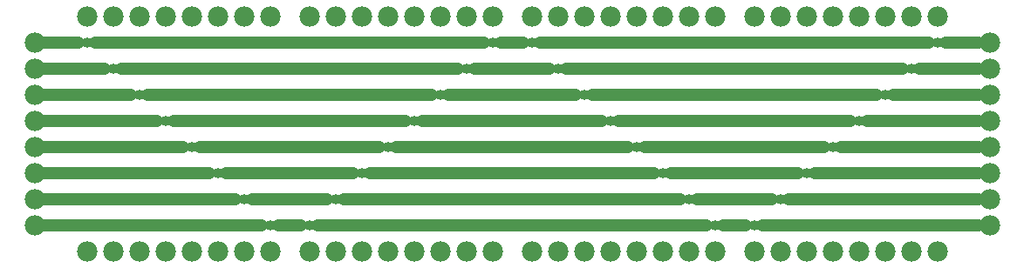
<source format=gbl>
G04 MADE WITH FRITZING*
G04 WWW.FRITZING.ORG*
G04 DOUBLE SIDED*
G04 HOLES PLATED*
G04 CONTOUR ON CENTER OF CONTOUR VECTOR*
%ASAXBY*%
%FSLAX23Y23*%
%MOIN*%
%OFA0B0*%
%SFA1.0B1.0*%
%ADD10C,0.078000*%
%ADD11C,0.039370*%
%ADD12C,0.048000*%
%LNCOPPER0*%
G90*
G70*
G54D10*
X2870Y205D03*
X2970Y205D03*
X3070Y205D03*
X3170Y205D03*
X3270Y205D03*
X3370Y205D03*
X3470Y205D03*
X3570Y205D03*
X2720Y205D03*
X2620Y205D03*
X2520Y205D03*
X2420Y205D03*
X2320Y205D03*
X2220Y205D03*
X2120Y205D03*
X2020Y205D03*
X1170Y205D03*
X1270Y205D03*
X1370Y205D03*
X1470Y205D03*
X1570Y205D03*
X1670Y205D03*
X1770Y205D03*
X1870Y205D03*
X1020Y205D03*
X920Y205D03*
X820Y205D03*
X720Y205D03*
X620Y205D03*
X520Y205D03*
X420Y205D03*
X320Y205D03*
X2870Y1105D03*
X2970Y1105D03*
X3070Y1105D03*
X3170Y1105D03*
X3270Y1105D03*
X3370Y1105D03*
X3470Y1105D03*
X3570Y1105D03*
X2720Y1105D03*
X2620Y1105D03*
X2520Y1105D03*
X2420Y1105D03*
X2320Y1105D03*
X2220Y1105D03*
X2120Y1105D03*
X2020Y1105D03*
X1170Y1105D03*
X1270Y1105D03*
X1370Y1105D03*
X1470Y1105D03*
X1570Y1105D03*
X1670Y1105D03*
X1770Y1105D03*
X1870Y1105D03*
X1020Y1105D03*
X920Y1105D03*
X820Y1105D03*
X720Y1105D03*
X620Y1105D03*
X520Y1105D03*
X420Y1105D03*
X320Y1105D03*
X3770Y305D03*
X3770Y405D03*
X3770Y505D03*
X3770Y605D03*
X3770Y705D03*
X3770Y805D03*
X3770Y905D03*
X3770Y1005D03*
X120Y305D03*
X120Y405D03*
X120Y505D03*
X120Y605D03*
X120Y705D03*
X120Y805D03*
X120Y905D03*
X120Y1005D03*
G54D11*
X3070Y505D03*
X2520Y505D03*
X1370Y505D03*
X820Y505D03*
X2870Y305D03*
X2720Y305D03*
X1170Y305D03*
X1020Y305D03*
X2970Y405D03*
X2620Y405D03*
X1270Y405D03*
X920Y405D03*
X3170Y605D03*
X2420Y605D03*
X1470Y605D03*
X720Y605D03*
X3270Y705D03*
X2320Y705D03*
X1570Y705D03*
X620Y705D03*
X3370Y805D03*
X2220Y805D03*
X1670Y805D03*
X520Y805D03*
X3470Y905D03*
X2120Y905D03*
X1770Y905D03*
X420Y905D03*
X3570Y1005D03*
X2020Y1005D03*
X1870Y1005D03*
X320Y1005D03*
G54D12*
X389Y905D02*
X161Y905D01*
D02*
X350Y1005D02*
X1839Y1005D01*
D02*
X450Y905D02*
X1739Y905D01*
D02*
X550Y805D02*
X1639Y805D01*
D02*
X650Y705D02*
X1539Y705D01*
D02*
X750Y605D02*
X1439Y605D01*
D02*
X850Y505D02*
X1339Y505D01*
D02*
X950Y405D02*
X1239Y405D01*
D02*
X1050Y305D02*
X1139Y305D01*
D02*
X1200Y305D02*
X2689Y305D01*
D02*
X1300Y405D02*
X2589Y405D01*
D02*
X1400Y505D02*
X2489Y505D01*
D02*
X1500Y605D02*
X2389Y605D01*
D02*
X1600Y705D02*
X2289Y705D01*
D02*
X1700Y805D02*
X2189Y805D01*
D02*
X1800Y905D02*
X2089Y905D01*
D02*
X1900Y1005D02*
X1989Y1005D01*
D02*
X2050Y1005D02*
X3539Y1005D01*
D02*
X2150Y905D02*
X3439Y905D01*
D02*
X2250Y805D02*
X3339Y805D01*
D02*
X2350Y705D02*
X3239Y705D01*
D02*
X2450Y605D02*
X3139Y605D01*
D02*
X2550Y505D02*
X3039Y505D01*
D02*
X2650Y405D02*
X2939Y405D01*
D02*
X2750Y305D02*
X2839Y305D01*
D02*
X3600Y1005D02*
X3728Y1005D01*
D02*
X3500Y905D02*
X3728Y905D01*
D02*
X3400Y805D02*
X3728Y805D01*
D02*
X3300Y705D02*
X3728Y705D01*
D02*
X3200Y605D02*
X3728Y605D01*
D02*
X3100Y505D02*
X3728Y505D01*
D02*
X3000Y405D02*
X3728Y405D01*
D02*
X2900Y305D02*
X3728Y305D01*
D02*
X289Y1005D02*
X161Y1005D01*
D02*
X161Y805D02*
X489Y805D01*
D02*
X589Y705D02*
X161Y705D01*
D02*
X689Y605D02*
X161Y605D01*
D02*
X789Y505D02*
X161Y505D01*
D02*
X161Y405D02*
X889Y405D01*
D02*
X989Y305D02*
X161Y305D01*
G04 End of Copper0*
M02*
</source>
